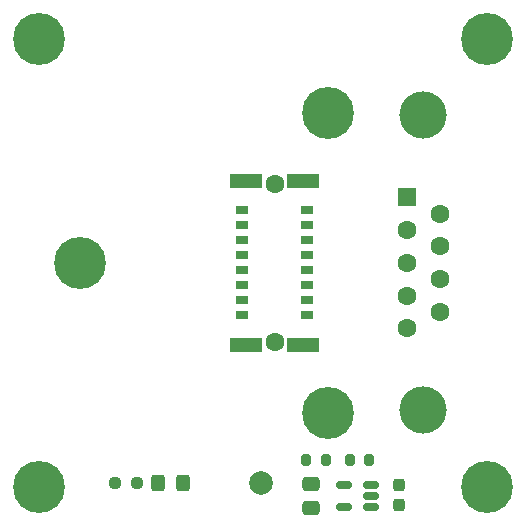
<source format=gbr>
%TF.GenerationSoftware,KiCad,Pcbnew,7.0.11-rc3*%
%TF.CreationDate,2025-03-16T23:28:07+08:00*%
%TF.ProjectId,imu-base,696d752d-6261-4736-952e-6b696361645f,rev?*%
%TF.SameCoordinates,Original*%
%TF.FileFunction,Soldermask,Top*%
%TF.FilePolarity,Negative*%
%FSLAX46Y46*%
G04 Gerber Fmt 4.6, Leading zero omitted, Abs format (unit mm)*
G04 Created by KiCad (PCBNEW 7.0.11-rc3) date 2025-03-16 23:28:07*
%MOMM*%
%LPD*%
G01*
G04 APERTURE LIST*
G04 Aperture macros list*
%AMRoundRect*
0 Rectangle with rounded corners*
0 $1 Rounding radius*
0 $2 $3 $4 $5 $6 $7 $8 $9 X,Y pos of 4 corners*
0 Add a 4 corners polygon primitive as box body*
4,1,4,$2,$3,$4,$5,$6,$7,$8,$9,$2,$3,0*
0 Add four circle primitives for the rounded corners*
1,1,$1+$1,$2,$3*
1,1,$1+$1,$4,$5*
1,1,$1+$1,$6,$7*
1,1,$1+$1,$8,$9*
0 Add four rect primitives between the rounded corners*
20,1,$1+$1,$2,$3,$4,$5,0*
20,1,$1+$1,$4,$5,$6,$7,0*
20,1,$1+$1,$6,$7,$8,$9,0*
20,1,$1+$1,$8,$9,$2,$3,0*%
G04 Aperture macros list end*
%ADD10RoundRect,0.200000X-0.200000X-0.275000X0.200000X-0.275000X0.200000X0.275000X-0.200000X0.275000X0*%
%ADD11RoundRect,0.237500X-0.250000X-0.237500X0.250000X-0.237500X0.250000X0.237500X-0.250000X0.237500X0*%
%ADD12C,4.400000*%
%ADD13RoundRect,0.200000X0.200000X0.275000X-0.200000X0.275000X-0.200000X-0.275000X0.200000X-0.275000X0*%
%ADD14RoundRect,0.250000X0.475000X-0.337500X0.475000X0.337500X-0.475000X0.337500X-0.475000X-0.337500X0*%
%ADD15C,2.000000*%
%ADD16C,4.000000*%
%ADD17R,1.600000X1.600000*%
%ADD18C,1.600000*%
%ADD19R,1.100000X0.800000*%
%ADD20R,2.750000X1.200000*%
%ADD21RoundRect,0.237500X0.237500X-0.300000X0.237500X0.300000X-0.237500X0.300000X-0.237500X-0.300000X0*%
%ADD22RoundRect,0.150000X0.512500X0.150000X-0.512500X0.150000X-0.512500X-0.150000X0.512500X-0.150000X0*%
%ADD23RoundRect,0.250000X0.325000X0.450000X-0.325000X0.450000X-0.325000X-0.450000X0.325000X-0.450000X0*%
G04 APERTURE END LIST*
D10*
%TO.C,R4*%
X98685440Y-74712500D03*
X100335440Y-74712500D03*
%TD*%
D11*
%TO.C,R1*%
X82487500Y-76600000D03*
X84312500Y-76600000D03*
%TD*%
D12*
%TO.C,H7*%
X75999999Y-39000000D03*
%TD*%
%TO.C,H1*%
X79500000Y-58000000D03*
%TD*%
%TO.C,H4*%
X75999999Y-77000000D03*
%TD*%
D13*
%TO.C,R2*%
X103997940Y-74712500D03*
X102347940Y-74712500D03*
%TD*%
D14*
%TO.C,C3*%
X99110440Y-78787500D03*
X99110440Y-76712500D03*
%TD*%
D15*
%TO.C,TP1*%
X94800000Y-76600000D03*
%TD*%
D16*
%TO.C,J2*%
X108580000Y-70490000D03*
X108580000Y-45490000D03*
D17*
X107160000Y-52450000D03*
D18*
X107160000Y-55220000D03*
X107160000Y-57990000D03*
X107160000Y-60760000D03*
X107160000Y-63530000D03*
X110000000Y-53835000D03*
X110000000Y-56605000D03*
X110000000Y-59375000D03*
X110000000Y-62145000D03*
%TD*%
D12*
%TO.C,H3*%
X100500000Y-45300000D03*
%TD*%
%TO.C,H5*%
X114000000Y-77000000D03*
%TD*%
%TO.C,H2*%
X100500000Y-70700000D03*
%TD*%
D18*
%TO.C,J1*%
X96000000Y-64655000D03*
X96000000Y-51345000D03*
D19*
X98750000Y-62445000D03*
X98750000Y-61175000D03*
X98750000Y-59905000D03*
X98750000Y-58635000D03*
X98750000Y-57365000D03*
X98750000Y-56095000D03*
X98750000Y-54825000D03*
X98750000Y-53555000D03*
X93250000Y-62445000D03*
X93250000Y-61175000D03*
X93250000Y-59905000D03*
X93250000Y-58635000D03*
X93250000Y-57365000D03*
X93250000Y-56095000D03*
X93250000Y-54825000D03*
X93250000Y-53555000D03*
D20*
X93575000Y-64955000D03*
X98425000Y-64955000D03*
X98425000Y-51045000D03*
X93575000Y-51045000D03*
%TD*%
D21*
%TO.C,C1*%
X106510440Y-78512500D03*
X106510440Y-76787500D03*
%TD*%
D22*
%TO.C,U1*%
X104110440Y-78662500D03*
X104110440Y-77712500D03*
X104110440Y-76762500D03*
X101835440Y-76762500D03*
X101835440Y-78662500D03*
%TD*%
D12*
%TO.C,H6*%
X114000000Y-39000000D03*
%TD*%
D23*
%TO.C,D1*%
X88200000Y-76600000D03*
X86150000Y-76600000D03*
%TD*%
M02*

</source>
